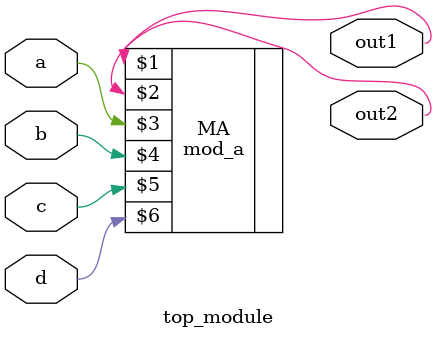
<source format=v>
module top_module ( 
    input a, 
    input b, 
    input c,
    input d,
    output out1,
    output out2
);
    mod_a MA(out1, out2, a, b, c, d);

endmodule
</source>
